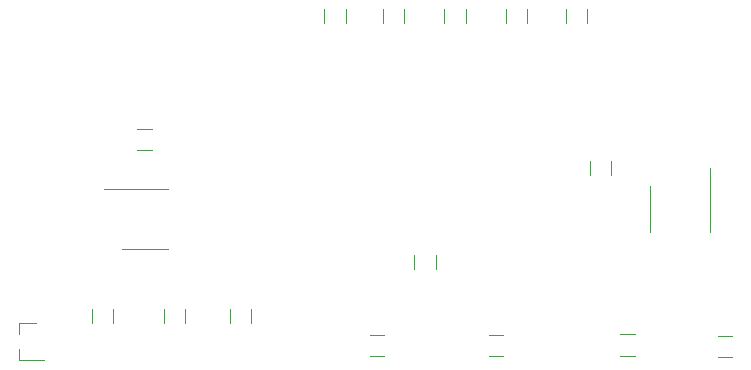
<source format=gbr>
G04 #@! TF.GenerationSoftware,KiCad,Pcbnew,5.1.6*
G04 #@! TF.CreationDate,2020-07-26T18:06:21+03:00*
G04 #@! TF.ProjectId,kicad-hamster-esp8266,6b696361-642d-4686-916d-737465722d65,rev?*
G04 #@! TF.SameCoordinates,Original*
G04 #@! TF.FileFunction,Legend,Top*
G04 #@! TF.FilePolarity,Positive*
%FSLAX46Y46*%
G04 Gerber Fmt 4.6, Leading zero omitted, Abs format (unit mm)*
G04 Created by KiCad (PCBNEW 5.1.6) date 2020-07-26 18:06:21*
%MOMM*%
%LPD*%
G01*
G04 APERTURE LIST*
%ADD10C,0.120000*%
G04 APERTURE END LIST*
D10*
X176660000Y-77290000D02*
X176660000Y-73840000D01*
X176660000Y-77290000D02*
X176660000Y-79240000D01*
X171540000Y-77290000D02*
X171540000Y-75340000D01*
X171540000Y-77290000D02*
X171540000Y-79240000D01*
X128778000Y-75545000D02*
X125328000Y-75545000D01*
X128778000Y-75545000D02*
X130728000Y-75545000D01*
X128778000Y-80665000D02*
X126828000Y-80665000D01*
X128778000Y-80665000D02*
X130728000Y-80665000D01*
X147880436Y-89750000D02*
X149084564Y-89750000D01*
X147880436Y-87930000D02*
X149084564Y-87930000D01*
X157907936Y-89730000D02*
X159112064Y-89730000D01*
X157907936Y-87910000D02*
X159112064Y-87910000D01*
X169069936Y-89683000D02*
X170274064Y-89683000D01*
X169069936Y-87863000D02*
X170274064Y-87863000D01*
X177324936Y-89810000D02*
X178529064Y-89810000D01*
X177324936Y-87990000D02*
X178529064Y-87990000D01*
X164444000Y-60357936D02*
X164444000Y-61562064D01*
X166264000Y-60357936D02*
X166264000Y-61562064D01*
X166476000Y-73184936D02*
X166476000Y-74389064D01*
X168296000Y-73184936D02*
X168296000Y-74389064D01*
X143997000Y-60357936D02*
X143997000Y-61562064D01*
X145817000Y-60357936D02*
X145817000Y-61562064D01*
X150770000Y-61562064D02*
X150770000Y-60357936D01*
X148950000Y-61562064D02*
X148950000Y-60357936D01*
X154157000Y-60357936D02*
X154157000Y-61562064D01*
X155977000Y-60357936D02*
X155977000Y-61562064D01*
X161184000Y-61562064D02*
X161184000Y-60357936D01*
X159364000Y-61562064D02*
X159364000Y-60357936D01*
X153437000Y-82390064D02*
X153437000Y-81185936D01*
X151617000Y-82390064D02*
X151617000Y-81185936D01*
X135996000Y-85757936D02*
X135996000Y-86962064D01*
X137816000Y-85757936D02*
X137816000Y-86962064D01*
X130408000Y-85757936D02*
X130408000Y-86962064D01*
X132228000Y-85757936D02*
X132228000Y-86962064D01*
X129380064Y-70464000D02*
X128175936Y-70464000D01*
X129380064Y-72284000D02*
X128175936Y-72284000D01*
X118112000Y-86939000D02*
X119572000Y-86939000D01*
X118112000Y-90099000D02*
X120272000Y-90099000D01*
X118112000Y-90099000D02*
X118112000Y-89169000D01*
X118112000Y-86939000D02*
X118112000Y-87869000D01*
X124312000Y-85757936D02*
X124312000Y-86962064D01*
X126132000Y-85757936D02*
X126132000Y-86962064D01*
M02*

</source>
